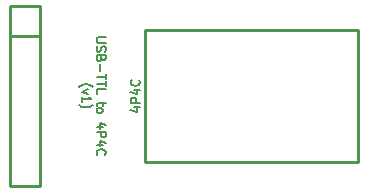
<source format=gto>
G04 (created by PCBNEW (22-Jun-2014 BZR 4027)-stable) date Wed 04 Apr 2018 03:10:39 AM CDT*
%MOIN*%
G04 Gerber Fmt 3.4, Leading zero omitted, Abs format*
%FSLAX34Y34*%
G01*
G70*
G90*
G04 APERTURE LIST*
%ADD10C,0.00590551*%
%ADD11C,0.006*%
%ADD12C,0.01*%
G04 APERTURE END LIST*
G54D10*
G54D11*
X71178Y-41800D02*
X70935Y-41800D01*
X70907Y-41814D01*
X70892Y-41828D01*
X70878Y-41857D01*
X70878Y-41914D01*
X70892Y-41942D01*
X70907Y-41957D01*
X70935Y-41971D01*
X71178Y-41971D01*
X70892Y-42100D02*
X70878Y-42142D01*
X70878Y-42214D01*
X70892Y-42242D01*
X70907Y-42257D01*
X70935Y-42271D01*
X70964Y-42271D01*
X70992Y-42257D01*
X71007Y-42242D01*
X71021Y-42214D01*
X71035Y-42157D01*
X71050Y-42128D01*
X71064Y-42114D01*
X71092Y-42100D01*
X71121Y-42100D01*
X71150Y-42114D01*
X71164Y-42128D01*
X71178Y-42157D01*
X71178Y-42228D01*
X71164Y-42271D01*
X71035Y-42500D02*
X71021Y-42542D01*
X71007Y-42557D01*
X70978Y-42571D01*
X70935Y-42571D01*
X70907Y-42557D01*
X70892Y-42542D01*
X70878Y-42514D01*
X70878Y-42400D01*
X71178Y-42400D01*
X71178Y-42500D01*
X71164Y-42528D01*
X71150Y-42542D01*
X71121Y-42557D01*
X71092Y-42557D01*
X71064Y-42542D01*
X71050Y-42528D01*
X71035Y-42500D01*
X71035Y-42400D01*
X70992Y-42700D02*
X70992Y-42928D01*
X71178Y-43028D02*
X71178Y-43200D01*
X70878Y-43114D02*
X71178Y-43114D01*
X71178Y-43257D02*
X71178Y-43428D01*
X70878Y-43342D02*
X71178Y-43342D01*
X70878Y-43671D02*
X70878Y-43528D01*
X71178Y-43528D01*
X71078Y-43957D02*
X71078Y-44071D01*
X71178Y-44000D02*
X70921Y-44000D01*
X70892Y-44014D01*
X70878Y-44042D01*
X70878Y-44071D01*
X70878Y-44214D02*
X70892Y-44185D01*
X70907Y-44171D01*
X70935Y-44157D01*
X71021Y-44157D01*
X71050Y-44171D01*
X71064Y-44185D01*
X71078Y-44214D01*
X71078Y-44257D01*
X71064Y-44285D01*
X71050Y-44300D01*
X71021Y-44314D01*
X70935Y-44314D01*
X70907Y-44300D01*
X70892Y-44285D01*
X70878Y-44257D01*
X70878Y-44214D01*
X71078Y-44800D02*
X70878Y-44800D01*
X71192Y-44728D02*
X70978Y-44657D01*
X70978Y-44842D01*
X70878Y-44957D02*
X71178Y-44957D01*
X71178Y-45071D01*
X71164Y-45100D01*
X71150Y-45114D01*
X71121Y-45128D01*
X71078Y-45128D01*
X71050Y-45114D01*
X71035Y-45100D01*
X71021Y-45071D01*
X71021Y-44957D01*
X71078Y-45385D02*
X70878Y-45385D01*
X71192Y-45314D02*
X70978Y-45242D01*
X70978Y-45428D01*
X70907Y-45714D02*
X70892Y-45699D01*
X70878Y-45657D01*
X70878Y-45628D01*
X70892Y-45585D01*
X70921Y-45557D01*
X70950Y-45542D01*
X71007Y-45528D01*
X71050Y-45528D01*
X71107Y-45542D01*
X71135Y-45557D01*
X71164Y-45585D01*
X71178Y-45628D01*
X71178Y-45657D01*
X71164Y-45699D01*
X71150Y-45714D01*
X70284Y-43450D02*
X70298Y-43435D01*
X70341Y-43407D01*
X70370Y-43392D01*
X70412Y-43378D01*
X70484Y-43364D01*
X70541Y-43364D01*
X70612Y-43378D01*
X70655Y-43392D01*
X70684Y-43407D01*
X70727Y-43435D01*
X70741Y-43450D01*
X70598Y-43535D02*
X70398Y-43607D01*
X70598Y-43678D01*
X70398Y-43950D02*
X70398Y-43778D01*
X70398Y-43864D02*
X70698Y-43864D01*
X70655Y-43835D01*
X70627Y-43807D01*
X70612Y-43778D01*
X70284Y-44050D02*
X70298Y-44064D01*
X70341Y-44092D01*
X70370Y-44107D01*
X70412Y-44121D01*
X70484Y-44135D01*
X70541Y-44135D01*
X70612Y-44121D01*
X70655Y-44107D01*
X70684Y-44092D01*
X70727Y-44064D01*
X70741Y-44050D01*
G54D12*
X72503Y-45956D02*
X79590Y-45956D01*
X72503Y-41547D02*
X79590Y-41547D01*
X72503Y-45956D02*
X72503Y-41547D01*
X79590Y-45956D02*
X79590Y-41547D01*
X68000Y-40750D02*
X68000Y-46750D01*
X69000Y-40750D02*
X69000Y-46750D01*
X69000Y-41750D02*
X68000Y-41750D01*
X69000Y-46750D02*
X68000Y-46750D01*
X68000Y-40750D02*
X69000Y-40750D01*
G54D11*
X72121Y-44135D02*
X72321Y-44135D01*
X72007Y-44207D02*
X72221Y-44278D01*
X72221Y-44092D01*
X72321Y-43978D02*
X72021Y-43978D01*
X72021Y-43864D01*
X72035Y-43835D01*
X72050Y-43821D01*
X72078Y-43807D01*
X72121Y-43807D01*
X72150Y-43821D01*
X72164Y-43835D01*
X72178Y-43864D01*
X72178Y-43978D01*
X72121Y-43550D02*
X72321Y-43550D01*
X72007Y-43621D02*
X72221Y-43692D01*
X72221Y-43507D01*
X72292Y-43221D02*
X72307Y-43235D01*
X72321Y-43278D01*
X72321Y-43307D01*
X72307Y-43350D01*
X72278Y-43378D01*
X72250Y-43392D01*
X72192Y-43407D01*
X72150Y-43407D01*
X72092Y-43392D01*
X72064Y-43378D01*
X72035Y-43350D01*
X72021Y-43307D01*
X72021Y-43278D01*
X72035Y-43235D01*
X72050Y-43221D01*
M02*

</source>
